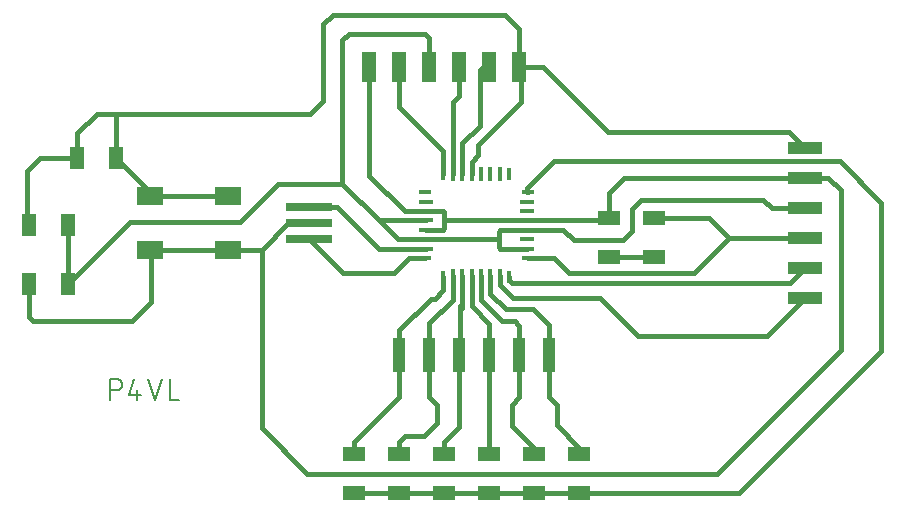
<source format=gbr>
G04 EAGLE Gerber RS-274X export*
G75*
%MOMM*%
%FSLAX34Y34*%
%LPD*%
%INTop Copper*%
%IPPOS*%
%AMOC8*
5,1,8,0,0,1.08239X$1,22.5*%
G01*
%ADD10C,0.152400*%
%ADD11R,1.270000X1.905000*%
%ADD12R,1.270000X2.540000*%
%ADD13R,3.000000X1.000000*%
%ADD14R,1.000000X3.000000*%
%ADD15R,1.905000X1.270000*%
%ADD16R,2.286000X1.524000*%
%ADD17R,3.900000X0.800000*%
%ADD18R,1.117600X0.355600*%
%ADD19R,1.270000X0.355600*%
%ADD20R,0.355600X1.117600*%
%ADD21R,0.355600X1.270000*%
%ADD22R,0.350400X1.270000*%
%ADD23C,0.406400*%


D10*
X89862Y122262D02*
X89862Y140042D01*
X94801Y140042D01*
X94941Y140040D01*
X95080Y140034D01*
X95220Y140024D01*
X95359Y140010D01*
X95498Y139993D01*
X95636Y139971D01*
X95773Y139945D01*
X95910Y139916D01*
X96046Y139883D01*
X96180Y139846D01*
X96314Y139805D01*
X96446Y139760D01*
X96578Y139711D01*
X96707Y139659D01*
X96835Y139604D01*
X96962Y139544D01*
X97087Y139481D01*
X97210Y139415D01*
X97331Y139345D01*
X97450Y139272D01*
X97567Y139195D01*
X97681Y139115D01*
X97794Y139032D01*
X97904Y138946D01*
X98011Y138856D01*
X98116Y138764D01*
X98218Y138669D01*
X98318Y138571D01*
X98415Y138470D01*
X98509Y138366D01*
X98599Y138260D01*
X98687Y138151D01*
X98772Y138040D01*
X98853Y137926D01*
X98932Y137811D01*
X99007Y137693D01*
X99078Y137573D01*
X99146Y137450D01*
X99211Y137327D01*
X99272Y137201D01*
X99330Y137073D01*
X99384Y136945D01*
X99434Y136814D01*
X99481Y136682D01*
X99524Y136549D01*
X99563Y136415D01*
X99598Y136280D01*
X99629Y136144D01*
X99657Y136006D01*
X99680Y135869D01*
X99700Y135730D01*
X99716Y135591D01*
X99728Y135452D01*
X99736Y135313D01*
X99740Y135173D01*
X99740Y135033D01*
X99736Y134893D01*
X99728Y134754D01*
X99716Y134615D01*
X99700Y134476D01*
X99680Y134337D01*
X99657Y134200D01*
X99629Y134062D01*
X99598Y133926D01*
X99563Y133791D01*
X99524Y133657D01*
X99481Y133524D01*
X99434Y133392D01*
X99384Y133261D01*
X99330Y133133D01*
X99272Y133005D01*
X99211Y132879D01*
X99146Y132756D01*
X99078Y132634D01*
X99007Y132513D01*
X98932Y132395D01*
X98853Y132280D01*
X98772Y132166D01*
X98687Y132055D01*
X98599Y131946D01*
X98509Y131840D01*
X98415Y131736D01*
X98318Y131635D01*
X98218Y131537D01*
X98116Y131442D01*
X98011Y131350D01*
X97904Y131260D01*
X97794Y131174D01*
X97681Y131091D01*
X97567Y131011D01*
X97450Y130934D01*
X97331Y130861D01*
X97210Y130791D01*
X97087Y130725D01*
X96962Y130662D01*
X96835Y130602D01*
X96707Y130547D01*
X96578Y130495D01*
X96446Y130446D01*
X96314Y130401D01*
X96180Y130360D01*
X96046Y130323D01*
X95910Y130290D01*
X95773Y130261D01*
X95636Y130235D01*
X95498Y130213D01*
X95359Y130196D01*
X95220Y130182D01*
X95080Y130172D01*
X94941Y130166D01*
X94801Y130164D01*
X89862Y130164D01*
X105857Y126213D02*
X109808Y140042D01*
X105857Y126213D02*
X115735Y126213D01*
X112771Y130164D02*
X112771Y122262D01*
X127546Y122262D02*
X121620Y140042D01*
X133473Y140042D02*
X127546Y122262D01*
X139945Y122262D02*
X139945Y140042D01*
X139945Y122262D02*
X147847Y122262D01*
D11*
X61490Y327000D03*
X94510Y327000D03*
X54310Y220600D03*
X21290Y220600D03*
D12*
X309100Y403800D03*
X334500Y403800D03*
X359900Y403800D03*
X385300Y403800D03*
X410700Y403800D03*
X436100Y403800D03*
D13*
X678200Y284600D03*
X678200Y310000D03*
X678200Y335400D03*
X678200Y259200D03*
X678200Y233800D03*
X678200Y208400D03*
D14*
X410700Y160300D03*
X436100Y160300D03*
X461500Y160300D03*
X385300Y160300D03*
X359900Y160300D03*
X334500Y160300D03*
D11*
X20990Y270200D03*
X54010Y270200D03*
D15*
X550400Y275710D03*
X550400Y242690D03*
X296400Y42990D03*
X296400Y76010D03*
X334500Y42990D03*
X334500Y76010D03*
X372600Y42990D03*
X372600Y76010D03*
X410700Y42990D03*
X410700Y76010D03*
X448800Y42990D03*
X448800Y76010D03*
X486900Y42990D03*
X486900Y76010D03*
D16*
X123680Y294760D03*
X189720Y294760D03*
X123680Y249040D03*
X189720Y249040D03*
D17*
X258300Y258400D03*
X258300Y271900D03*
X258300Y285400D03*
D15*
X512300Y242690D03*
X512300Y275710D03*
D18*
X355912Y298000D03*
D19*
X356674Y290000D03*
X356674Y282000D03*
X356674Y274000D03*
X356674Y266000D03*
X356674Y258000D03*
X356674Y250000D03*
D18*
X355912Y242000D03*
D20*
X371600Y226312D03*
D21*
X379600Y227074D03*
D22*
X387600Y227074D03*
X395600Y227074D03*
X403600Y227074D03*
D21*
X411600Y227074D03*
X419600Y227074D03*
D20*
X427600Y226312D03*
D18*
X443288Y242000D03*
D19*
X442526Y250000D03*
X442526Y258000D03*
X442526Y266000D03*
X442526Y274000D03*
X442526Y282000D03*
X442526Y290000D03*
D18*
X443288Y298000D03*
D20*
X427600Y313688D03*
D21*
X419600Y312926D03*
X411600Y312926D03*
D22*
X403600Y312926D03*
X395600Y312926D03*
X387600Y312926D03*
D21*
X379600Y312926D03*
D20*
X371600Y313688D03*
D23*
X287200Y229500D02*
X258300Y258400D01*
X342374Y242000D02*
X355912Y242000D01*
X342374Y242000D02*
X329874Y229500D01*
X287200Y229500D01*
X281600Y285400D02*
X258300Y285400D01*
X281600Y285400D02*
X317000Y250000D01*
X356674Y250000D01*
X512110Y275900D02*
X512300Y275710D01*
X525000Y310000D02*
X678200Y310000D01*
X525000Y310000D02*
X512110Y297110D01*
X512110Y275900D01*
X309100Y311900D02*
X309100Y403800D01*
X697569Y310000D02*
X708150Y299419D01*
X697569Y310000D02*
X678200Y310000D01*
X708150Y163881D02*
X603669Y59400D01*
X708150Y163881D02*
X708150Y299419D01*
X603669Y59400D02*
X256500Y59400D01*
X217640Y249040D02*
X217850Y249250D01*
X217640Y249040D02*
X210600Y249040D01*
X189720Y249040D01*
X240500Y271900D02*
X258300Y271900D01*
X240500Y271900D02*
X217850Y249250D01*
X124200Y249040D02*
X123680Y249040D01*
X124200Y249040D02*
X189720Y249040D01*
X21290Y220600D02*
X21290Y192010D01*
X24300Y189000D01*
X108000Y189000D01*
X124200Y205200D02*
X124200Y249040D01*
X124200Y205200D02*
X108000Y189000D01*
X217850Y249250D02*
X217850Y98050D01*
X256500Y59400D01*
X339000Y282000D02*
X356674Y282000D01*
X339000Y282000D02*
X309100Y311900D01*
X356674Y266000D02*
X371300Y266000D01*
X372600Y267300D01*
X372600Y272700D01*
X373900Y274000D01*
X442526Y274000D01*
X373900Y274000D02*
X372600Y275300D01*
X372600Y280800D01*
X371400Y282000D01*
X356674Y282000D01*
X442526Y274000D02*
X512300Y274000D01*
X512300Y275710D01*
X523544Y257110D02*
X482156Y257110D01*
X531325Y283779D02*
X539156Y291610D01*
X642644Y291610D01*
X531325Y283779D02*
X531325Y264891D01*
X523544Y257110D01*
X642644Y291610D02*
X649654Y284600D01*
X678200Y284600D01*
X291600Y432000D02*
X286200Y426600D01*
X291600Y432000D02*
X356400Y432000D01*
X359900Y428500D02*
X359900Y403800D01*
X286200Y426600D02*
X286200Y305100D01*
X359900Y428500D02*
X356400Y432000D01*
X54010Y270200D02*
X54000Y270210D01*
X199556Y272700D02*
X231956Y305100D01*
X286200Y305100D01*
X54555Y220845D02*
X54310Y220600D01*
X54555Y220845D02*
X106410Y272700D01*
X199556Y272700D01*
X54010Y270200D02*
X54010Y221390D01*
X54555Y220845D01*
X333300Y258000D02*
X356674Y258000D01*
X333300Y258000D02*
X317300Y274000D01*
X286200Y305100D01*
X317300Y274000D02*
X356674Y274000D01*
X356674Y258000D02*
X417300Y258000D01*
X418500Y259200D01*
X418500Y264600D01*
X419900Y266000D01*
X442526Y266000D01*
X418500Y256800D02*
X417300Y258000D01*
X418500Y256800D02*
X418500Y251100D01*
X419600Y250000D01*
X442526Y250000D01*
X473266Y266000D02*
X482156Y257110D01*
X473266Y266000D02*
X442526Y266000D01*
X334500Y370200D02*
X334500Y403800D01*
X371600Y333100D02*
X371600Y313688D01*
X371600Y333100D02*
X334500Y370200D01*
X379900Y374100D02*
X385300Y379500D01*
X385300Y403800D01*
X379900Y374100D02*
X379900Y344800D01*
X379600Y344500D01*
X379600Y312926D01*
X402600Y354244D02*
X402600Y401100D01*
X405300Y403800D02*
X410700Y403800D01*
X405300Y403800D02*
X402600Y401100D01*
X402600Y354244D02*
X387600Y339244D01*
X387600Y312926D01*
X436100Y403800D02*
X437400Y403800D01*
X437400Y374426D02*
X401000Y338026D01*
X437400Y374426D02*
X437400Y403800D01*
X436100Y403800D02*
X436100Y407700D01*
X436100Y436000D01*
X423900Y448200D01*
X278100Y448200D01*
X270000Y440100D01*
X124200Y294760D02*
X123680Y294760D01*
X124200Y294760D02*
X189720Y294760D01*
X270000Y375040D02*
X270000Y375300D01*
X270000Y440100D01*
X401000Y338026D02*
X401000Y329126D01*
X395600Y323726D01*
X395600Y312926D01*
X61490Y327000D02*
X61490Y347690D01*
X78300Y364500D02*
X94500Y364500D01*
X259200Y364500D01*
X270000Y375300D01*
X78300Y364500D02*
X61490Y347690D01*
X94510Y327000D02*
X124200Y297310D01*
X124200Y294760D01*
X61490Y327000D02*
X30000Y327000D01*
X18900Y272290D02*
X20990Y270200D01*
X18900Y315900D02*
X30000Y327000D01*
X18900Y315900D02*
X18900Y272290D01*
X94510Y327000D02*
X94510Y364490D01*
X94500Y364500D01*
X436100Y407700D02*
X438800Y410400D01*
X664700Y348900D02*
X678200Y335400D01*
X664700Y348900D02*
X510800Y348900D01*
X455900Y403800D01*
X436100Y403800D01*
X512300Y242690D02*
X550400Y242690D01*
X613400Y259200D02*
X678200Y259200D01*
X613400Y259200D02*
X583700Y229500D01*
X465400Y242000D02*
X443288Y242000D01*
X477900Y229500D02*
X583700Y229500D01*
X477900Y229500D02*
X465400Y242000D01*
X550400Y275710D02*
X596890Y275710D01*
X613400Y259200D01*
X334500Y42990D02*
X296400Y42990D01*
X334500Y42990D02*
X372600Y42990D01*
X410700Y42990D01*
X448800Y42990D01*
X449010Y43200D02*
X486690Y43200D01*
X449010Y43200D02*
X448800Y42990D01*
X486690Y43200D02*
X486900Y42990D01*
X487110Y43200D02*
X622110Y43200D01*
X487110Y43200D02*
X486900Y42990D01*
X465026Y324000D02*
X707400Y324000D01*
X742500Y288900D01*
X742500Y163590D01*
X622110Y43200D01*
X442800Y301774D02*
X465026Y324000D01*
X442800Y301774D02*
X442800Y298000D01*
X443288Y298000D01*
X410700Y160300D02*
X410700Y76010D01*
X410700Y160300D02*
X410700Y186500D01*
X395600Y201600D01*
X395600Y227074D01*
X436100Y124343D02*
X429890Y118133D01*
X436100Y124343D02*
X436100Y160300D01*
X448800Y81410D02*
X448800Y76010D01*
X448800Y81410D02*
X429890Y100320D01*
X429890Y118133D01*
X432000Y189000D02*
X421200Y189000D01*
X403600Y206600D01*
X403600Y227074D01*
X436100Y184900D02*
X436100Y160300D01*
X436100Y184900D02*
X432000Y189000D01*
X461500Y124343D02*
X467710Y118133D01*
X461500Y124343D02*
X461500Y160300D01*
X486900Y81410D02*
X486900Y76010D01*
X486900Y81410D02*
X467710Y100600D01*
X467710Y118133D01*
X461500Y185574D02*
X448000Y199074D01*
X424443Y199074D01*
X461500Y185574D02*
X461500Y160300D01*
X424443Y199074D02*
X411600Y211917D01*
X411600Y227074D01*
X385300Y99510D02*
X372600Y86810D01*
X372600Y76010D01*
X385300Y99510D02*
X385300Y160300D01*
X386000Y160300D01*
X385300Y160300D02*
X386100Y161100D01*
X386100Y201574D01*
X387600Y200074D02*
X387600Y227074D01*
X386100Y201574D02*
X387600Y200074D01*
X339080Y91390D02*
X334500Y86810D01*
X334500Y76010D01*
X339080Y91390D02*
X355033Y91390D01*
X366110Y102467D01*
X366110Y118133D01*
X359900Y124343D01*
X359900Y160300D01*
X359900Y187100D02*
X379600Y206800D01*
X379600Y227074D01*
X359900Y187100D02*
X359900Y160300D01*
X334500Y124343D02*
X296400Y86243D01*
X296400Y76010D01*
X334500Y160300D02*
X334500Y181100D01*
X334500Y160300D02*
X334500Y124343D01*
X334500Y181100D02*
X361300Y207900D01*
X364500Y207900D01*
X371600Y215000D01*
X371600Y226312D01*
X645800Y176000D02*
X678200Y208400D01*
X645800Y176000D02*
X536861Y176000D01*
X504687Y208174D01*
X430400Y208174D02*
X419600Y218974D01*
X419600Y227074D01*
X430400Y208174D02*
X504687Y208174D01*
X430300Y220912D02*
X665312Y220912D01*
X430300Y220912D02*
X427600Y223612D01*
X427600Y226312D01*
X665312Y220912D02*
X678200Y233800D01*
M02*

</source>
